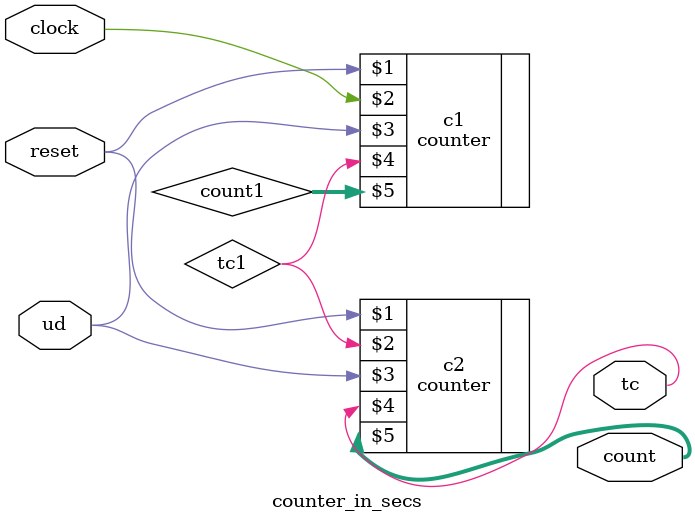
<source format=v>
`timescale 1ns / 1ps
module counter_in_secs(
	input reset,clock,ud,
	output  tc,
	output  [13:0]count   
	);
wire tc1;
wire [26:0] count1;

	counter #(.n(26),.M(25000000)) c1(reset,clock,ud,tc1,count1);
	counter #(.n(13),.M(9999)) c2(reset,tc1,ud,tc,count);

endmodule

</source>
